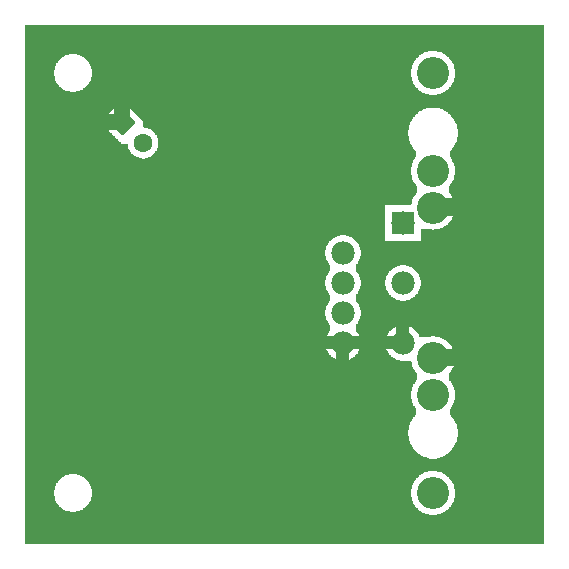
<source format=gbl>
G04 MADE WITH FRITZING*
G04 WWW.FRITZING.ORG*
G04 DOUBLE SIDED*
G04 HOLES PLATED*
G04 CONTOUR ON CENTER OF CONTOUR VECTOR*
%ASAXBY*%
%FSLAX23Y23*%
%MOIN*%
%OFA0B0*%
%SFA1.0B1.0*%
%ADD10C,0.075000*%
%ADD11C,0.078000*%
%ADD12C,0.107087*%
%ADD13C,0.062992*%
%ADD14R,0.078000X0.078000*%
%ADD15C,0.015748*%
%LNCOPPER0*%
G90*
G70*
G54D10*
X1511Y1701D03*
G54D11*
X1099Y1010D03*
X1099Y910D03*
X1099Y810D03*
X1099Y710D03*
X1099Y1010D03*
X1099Y910D03*
X1099Y810D03*
X1099Y710D03*
G54D12*
X1399Y1161D03*
X1399Y1283D03*
X1399Y1610D03*
G54D11*
X1299Y1110D03*
X1299Y910D03*
X1299Y710D03*
G54D13*
X363Y1447D03*
X432Y1377D03*
G54D12*
X1399Y659D03*
X1399Y537D03*
X1399Y210D03*
G54D14*
X1299Y1110D03*
G36*
X40Y1771D02*
X40Y1683D01*
X1414Y1683D01*
X1414Y1681D01*
X1422Y1681D01*
X1422Y1679D01*
X1428Y1679D01*
X1428Y1677D01*
X1432Y1677D01*
X1432Y1675D01*
X1436Y1675D01*
X1436Y1673D01*
X1438Y1673D01*
X1438Y1671D01*
X1442Y1671D01*
X1442Y1669D01*
X1444Y1669D01*
X1444Y1667D01*
X1446Y1667D01*
X1446Y1665D01*
X1450Y1665D01*
X1450Y1663D01*
X1452Y1663D01*
X1452Y1661D01*
X1454Y1661D01*
X1454Y1657D01*
X1456Y1657D01*
X1456Y1655D01*
X1458Y1655D01*
X1458Y1653D01*
X1460Y1653D01*
X1460Y1649D01*
X1462Y1649D01*
X1462Y1647D01*
X1464Y1647D01*
X1464Y1643D01*
X1466Y1643D01*
X1466Y1639D01*
X1468Y1639D01*
X1468Y1633D01*
X1470Y1633D01*
X1470Y1625D01*
X1472Y1625D01*
X1472Y1595D01*
X1470Y1595D01*
X1470Y1587D01*
X1468Y1587D01*
X1468Y1581D01*
X1466Y1581D01*
X1466Y1577D01*
X1464Y1577D01*
X1464Y1573D01*
X1462Y1573D01*
X1462Y1571D01*
X1460Y1571D01*
X1460Y1567D01*
X1458Y1567D01*
X1458Y1565D01*
X1456Y1565D01*
X1456Y1563D01*
X1454Y1563D01*
X1454Y1561D01*
X1452Y1561D01*
X1452Y1557D01*
X1448Y1557D01*
X1448Y1555D01*
X1446Y1555D01*
X1446Y1553D01*
X1444Y1553D01*
X1444Y1551D01*
X1442Y1551D01*
X1442Y1549D01*
X1438Y1549D01*
X1438Y1547D01*
X1434Y1547D01*
X1434Y1545D01*
X1432Y1545D01*
X1432Y1543D01*
X1426Y1543D01*
X1426Y1541D01*
X1422Y1541D01*
X1422Y1539D01*
X1412Y1539D01*
X1412Y1537D01*
X1770Y1537D01*
X1770Y1771D01*
X40Y1771D01*
G37*
D02*
G36*
X40Y1683D02*
X40Y1673D01*
X212Y1673D01*
X212Y1671D01*
X220Y1671D01*
X220Y1669D01*
X224Y1669D01*
X224Y1667D01*
X228Y1667D01*
X228Y1665D01*
X232Y1665D01*
X232Y1663D01*
X236Y1663D01*
X236Y1661D01*
X238Y1661D01*
X238Y1659D01*
X240Y1659D01*
X240Y1657D01*
X242Y1657D01*
X242Y1655D01*
X244Y1655D01*
X244Y1653D01*
X246Y1653D01*
X246Y1651D01*
X248Y1651D01*
X248Y1649D01*
X250Y1649D01*
X250Y1647D01*
X252Y1647D01*
X252Y1643D01*
X254Y1643D01*
X254Y1639D01*
X256Y1639D01*
X256Y1635D01*
X258Y1635D01*
X258Y1631D01*
X260Y1631D01*
X260Y1623D01*
X262Y1623D01*
X262Y1597D01*
X260Y1597D01*
X260Y1589D01*
X258Y1589D01*
X258Y1585D01*
X256Y1585D01*
X256Y1581D01*
X254Y1581D01*
X254Y1577D01*
X252Y1577D01*
X252Y1573D01*
X250Y1573D01*
X250Y1571D01*
X248Y1571D01*
X248Y1569D01*
X246Y1569D01*
X246Y1567D01*
X244Y1567D01*
X244Y1565D01*
X242Y1565D01*
X242Y1563D01*
X240Y1563D01*
X240Y1561D01*
X238Y1561D01*
X238Y1559D01*
X234Y1559D01*
X234Y1557D01*
X232Y1557D01*
X232Y1555D01*
X228Y1555D01*
X228Y1553D01*
X224Y1553D01*
X224Y1551D01*
X218Y1551D01*
X218Y1549D01*
X210Y1549D01*
X210Y1547D01*
X1360Y1547D01*
X1360Y1549D01*
X1358Y1549D01*
X1358Y1551D01*
X1354Y1551D01*
X1354Y1553D01*
X1352Y1553D01*
X1352Y1555D01*
X1350Y1555D01*
X1350Y1557D01*
X1348Y1557D01*
X1348Y1559D01*
X1346Y1559D01*
X1346Y1561D01*
X1344Y1561D01*
X1344Y1563D01*
X1342Y1563D01*
X1342Y1565D01*
X1340Y1565D01*
X1340Y1569D01*
X1338Y1569D01*
X1338Y1571D01*
X1336Y1571D01*
X1336Y1575D01*
X1334Y1575D01*
X1334Y1579D01*
X1332Y1579D01*
X1332Y1583D01*
X1330Y1583D01*
X1330Y1589D01*
X1328Y1589D01*
X1328Y1597D01*
X1326Y1597D01*
X1326Y1623D01*
X1328Y1623D01*
X1328Y1631D01*
X1330Y1631D01*
X1330Y1637D01*
X1332Y1637D01*
X1332Y1641D01*
X1334Y1641D01*
X1334Y1645D01*
X1336Y1645D01*
X1336Y1649D01*
X1338Y1649D01*
X1338Y1653D01*
X1340Y1653D01*
X1340Y1655D01*
X1342Y1655D01*
X1342Y1657D01*
X1344Y1657D01*
X1344Y1659D01*
X1346Y1659D01*
X1346Y1661D01*
X1348Y1661D01*
X1348Y1663D01*
X1350Y1663D01*
X1350Y1665D01*
X1352Y1665D01*
X1352Y1667D01*
X1354Y1667D01*
X1354Y1669D01*
X1356Y1669D01*
X1356Y1671D01*
X1360Y1671D01*
X1360Y1673D01*
X1364Y1673D01*
X1364Y1675D01*
X1366Y1675D01*
X1366Y1677D01*
X1370Y1677D01*
X1370Y1679D01*
X1376Y1679D01*
X1376Y1681D01*
X1384Y1681D01*
X1384Y1683D01*
X40Y1683D01*
G37*
D02*
G36*
X40Y1673D02*
X40Y1547D01*
X188Y1547D01*
X188Y1549D01*
X180Y1549D01*
X180Y1551D01*
X174Y1551D01*
X174Y1553D01*
X170Y1553D01*
X170Y1555D01*
X166Y1555D01*
X166Y1557D01*
X164Y1557D01*
X164Y1559D01*
X160Y1559D01*
X160Y1561D01*
X158Y1561D01*
X158Y1563D01*
X156Y1563D01*
X156Y1565D01*
X154Y1565D01*
X154Y1567D01*
X152Y1567D01*
X152Y1569D01*
X150Y1569D01*
X150Y1571D01*
X148Y1571D01*
X148Y1575D01*
X146Y1575D01*
X146Y1577D01*
X144Y1577D01*
X144Y1581D01*
X142Y1581D01*
X142Y1585D01*
X140Y1585D01*
X140Y1591D01*
X138Y1591D01*
X138Y1599D01*
X136Y1599D01*
X136Y1621D01*
X138Y1621D01*
X138Y1629D01*
X140Y1629D01*
X140Y1635D01*
X142Y1635D01*
X142Y1639D01*
X144Y1639D01*
X144Y1643D01*
X146Y1643D01*
X146Y1645D01*
X148Y1645D01*
X148Y1649D01*
X150Y1649D01*
X150Y1651D01*
X152Y1651D01*
X152Y1653D01*
X154Y1653D01*
X154Y1655D01*
X156Y1655D01*
X156Y1657D01*
X158Y1657D01*
X158Y1659D01*
X160Y1659D01*
X160Y1661D01*
X164Y1661D01*
X164Y1663D01*
X166Y1663D01*
X166Y1665D01*
X170Y1665D01*
X170Y1667D01*
X174Y1667D01*
X174Y1669D01*
X178Y1669D01*
X178Y1671D01*
X186Y1671D01*
X186Y1673D01*
X40Y1673D01*
G37*
D02*
G36*
X40Y1547D02*
X40Y1545D01*
X1364Y1545D01*
X1364Y1547D01*
X40Y1547D01*
G37*
D02*
G36*
X40Y1547D02*
X40Y1545D01*
X1364Y1545D01*
X1364Y1547D01*
X40Y1547D01*
G37*
D02*
G36*
X40Y1545D02*
X40Y1537D01*
X1386Y1537D01*
X1386Y1539D01*
X1378Y1539D01*
X1378Y1541D01*
X1372Y1541D01*
X1372Y1543D01*
X1368Y1543D01*
X1368Y1545D01*
X40Y1545D01*
G37*
D02*
G36*
X40Y1537D02*
X40Y1535D01*
X1770Y1535D01*
X1770Y1537D01*
X40Y1537D01*
G37*
D02*
G36*
X40Y1537D02*
X40Y1535D01*
X1770Y1535D01*
X1770Y1537D01*
X40Y1537D01*
G37*
D02*
G36*
X40Y1535D02*
X40Y1519D01*
X364Y1519D01*
X364Y1517D01*
X366Y1517D01*
X366Y1515D01*
X368Y1515D01*
X368Y1513D01*
X370Y1513D01*
X370Y1511D01*
X372Y1511D01*
X372Y1509D01*
X374Y1509D01*
X374Y1507D01*
X376Y1507D01*
X376Y1505D01*
X378Y1505D01*
X378Y1503D01*
X380Y1503D01*
X380Y1501D01*
X382Y1501D01*
X382Y1499D01*
X384Y1499D01*
X384Y1497D01*
X386Y1497D01*
X386Y1495D01*
X1414Y1495D01*
X1414Y1493D01*
X1422Y1493D01*
X1422Y1491D01*
X1428Y1491D01*
X1428Y1489D01*
X1432Y1489D01*
X1432Y1487D01*
X1436Y1487D01*
X1436Y1485D01*
X1440Y1485D01*
X1440Y1483D01*
X1442Y1483D01*
X1442Y1481D01*
X1446Y1481D01*
X1446Y1479D01*
X1448Y1479D01*
X1448Y1477D01*
X1450Y1477D01*
X1450Y1475D01*
X1452Y1475D01*
X1452Y1473D01*
X1456Y1473D01*
X1456Y1469D01*
X1458Y1469D01*
X1458Y1467D01*
X1460Y1467D01*
X1460Y1465D01*
X1462Y1465D01*
X1462Y1463D01*
X1464Y1463D01*
X1464Y1461D01*
X1466Y1461D01*
X1466Y1457D01*
X1468Y1457D01*
X1468Y1455D01*
X1470Y1455D01*
X1470Y1451D01*
X1472Y1451D01*
X1472Y1447D01*
X1474Y1447D01*
X1474Y1443D01*
X1476Y1443D01*
X1476Y1439D01*
X1478Y1439D01*
X1478Y1433D01*
X1480Y1433D01*
X1480Y1423D01*
X1482Y1423D01*
X1482Y1397D01*
X1480Y1397D01*
X1480Y1387D01*
X1478Y1387D01*
X1478Y1381D01*
X1476Y1381D01*
X1476Y1377D01*
X1474Y1377D01*
X1474Y1373D01*
X1472Y1373D01*
X1472Y1369D01*
X1470Y1369D01*
X1470Y1365D01*
X1468Y1365D01*
X1468Y1363D01*
X1466Y1363D01*
X1466Y1359D01*
X1464Y1359D01*
X1464Y1357D01*
X1462Y1357D01*
X1462Y1355D01*
X1460Y1355D01*
X1460Y1353D01*
X1458Y1353D01*
X1458Y1351D01*
X1456Y1351D01*
X1456Y1329D01*
X1458Y1329D01*
X1458Y1325D01*
X1460Y1325D01*
X1460Y1323D01*
X1462Y1323D01*
X1462Y1319D01*
X1464Y1319D01*
X1464Y1315D01*
X1466Y1315D01*
X1466Y1311D01*
X1468Y1311D01*
X1468Y1307D01*
X1470Y1307D01*
X1470Y1299D01*
X1472Y1299D01*
X1472Y1269D01*
X1470Y1269D01*
X1470Y1261D01*
X1468Y1261D01*
X1468Y1255D01*
X1466Y1255D01*
X1466Y1251D01*
X1464Y1251D01*
X1464Y1247D01*
X1462Y1247D01*
X1462Y1243D01*
X1460Y1243D01*
X1460Y1241D01*
X1458Y1241D01*
X1458Y1239D01*
X1456Y1239D01*
X1456Y1235D01*
X1454Y1235D01*
X1454Y1233D01*
X1452Y1233D01*
X1452Y1211D01*
X1454Y1211D01*
X1454Y1209D01*
X1456Y1209D01*
X1456Y1207D01*
X1458Y1207D01*
X1458Y1203D01*
X1460Y1203D01*
X1460Y1201D01*
X1462Y1201D01*
X1462Y1197D01*
X1464Y1197D01*
X1464Y1193D01*
X1466Y1193D01*
X1466Y1189D01*
X1468Y1189D01*
X1468Y1185D01*
X1470Y1185D01*
X1470Y1177D01*
X1472Y1177D01*
X1472Y1147D01*
X1470Y1147D01*
X1470Y1139D01*
X1468Y1139D01*
X1468Y1133D01*
X1466Y1133D01*
X1466Y1129D01*
X1464Y1129D01*
X1464Y1125D01*
X1462Y1125D01*
X1462Y1121D01*
X1460Y1121D01*
X1460Y1119D01*
X1458Y1119D01*
X1458Y1117D01*
X1456Y1117D01*
X1456Y1113D01*
X1454Y1113D01*
X1454Y1111D01*
X1452Y1111D01*
X1452Y1109D01*
X1450Y1109D01*
X1450Y1107D01*
X1448Y1107D01*
X1448Y1105D01*
X1446Y1105D01*
X1446Y1103D01*
X1442Y1103D01*
X1442Y1101D01*
X1440Y1101D01*
X1440Y1099D01*
X1436Y1099D01*
X1436Y1097D01*
X1432Y1097D01*
X1432Y1095D01*
X1428Y1095D01*
X1428Y1093D01*
X1424Y1093D01*
X1424Y1091D01*
X1416Y1091D01*
X1416Y1089D01*
X1404Y1089D01*
X1404Y1087D01*
X1770Y1087D01*
X1770Y1535D01*
X40Y1535D01*
G37*
D02*
G36*
X40Y1519D02*
X40Y1325D01*
X428Y1325D01*
X428Y1327D01*
X418Y1327D01*
X418Y1329D01*
X412Y1329D01*
X412Y1331D01*
X408Y1331D01*
X408Y1333D01*
X404Y1333D01*
X404Y1335D01*
X402Y1335D01*
X402Y1337D01*
X398Y1337D01*
X398Y1339D01*
X396Y1339D01*
X396Y1341D01*
X394Y1341D01*
X394Y1343D01*
X392Y1343D01*
X392Y1347D01*
X390Y1347D01*
X390Y1349D01*
X388Y1349D01*
X388Y1353D01*
X386Y1353D01*
X386Y1357D01*
X384Y1357D01*
X384Y1363D01*
X382Y1363D01*
X382Y1375D01*
X360Y1375D01*
X360Y1377D01*
X358Y1377D01*
X358Y1379D01*
X356Y1379D01*
X356Y1381D01*
X354Y1381D01*
X354Y1383D01*
X352Y1383D01*
X352Y1385D01*
X350Y1385D01*
X350Y1387D01*
X348Y1387D01*
X348Y1389D01*
X346Y1389D01*
X346Y1391D01*
X344Y1391D01*
X344Y1393D01*
X342Y1393D01*
X342Y1395D01*
X340Y1395D01*
X340Y1397D01*
X338Y1397D01*
X338Y1399D01*
X336Y1399D01*
X336Y1401D01*
X334Y1401D01*
X334Y1403D01*
X332Y1403D01*
X332Y1405D01*
X330Y1405D01*
X330Y1407D01*
X328Y1407D01*
X328Y1409D01*
X326Y1409D01*
X326Y1411D01*
X324Y1411D01*
X324Y1413D01*
X322Y1413D01*
X322Y1415D01*
X320Y1415D01*
X320Y1417D01*
X318Y1417D01*
X318Y1419D01*
X316Y1419D01*
X316Y1421D01*
X314Y1421D01*
X314Y1423D01*
X312Y1423D01*
X312Y1425D01*
X310Y1425D01*
X310Y1427D01*
X308Y1427D01*
X308Y1429D01*
X306Y1429D01*
X306Y1431D01*
X304Y1431D01*
X304Y1433D01*
X302Y1433D01*
X302Y1435D01*
X300Y1435D01*
X300Y1437D01*
X298Y1437D01*
X298Y1439D01*
X296Y1439D01*
X296Y1441D01*
X294Y1441D01*
X294Y1443D01*
X292Y1443D01*
X292Y1445D01*
X290Y1445D01*
X290Y1447D01*
X292Y1447D01*
X292Y1449D01*
X294Y1449D01*
X294Y1451D01*
X296Y1451D01*
X296Y1453D01*
X298Y1453D01*
X298Y1455D01*
X300Y1455D01*
X300Y1457D01*
X302Y1457D01*
X302Y1459D01*
X304Y1459D01*
X304Y1461D01*
X306Y1461D01*
X306Y1463D01*
X308Y1463D01*
X308Y1465D01*
X310Y1465D01*
X310Y1467D01*
X312Y1467D01*
X312Y1469D01*
X314Y1469D01*
X314Y1471D01*
X316Y1471D01*
X316Y1473D01*
X318Y1473D01*
X318Y1475D01*
X320Y1475D01*
X320Y1477D01*
X322Y1477D01*
X322Y1479D01*
X324Y1479D01*
X324Y1481D01*
X326Y1481D01*
X326Y1483D01*
X328Y1483D01*
X328Y1485D01*
X330Y1485D01*
X330Y1487D01*
X332Y1487D01*
X332Y1489D01*
X334Y1489D01*
X334Y1491D01*
X336Y1491D01*
X336Y1493D01*
X338Y1493D01*
X338Y1495D01*
X340Y1495D01*
X340Y1497D01*
X342Y1497D01*
X342Y1499D01*
X344Y1499D01*
X344Y1501D01*
X346Y1501D01*
X346Y1503D01*
X348Y1503D01*
X348Y1505D01*
X350Y1505D01*
X350Y1507D01*
X352Y1507D01*
X352Y1509D01*
X354Y1509D01*
X354Y1511D01*
X356Y1511D01*
X356Y1513D01*
X358Y1513D01*
X358Y1515D01*
X360Y1515D01*
X360Y1517D01*
X362Y1517D01*
X362Y1519D01*
X40Y1519D01*
G37*
D02*
G36*
X388Y1495D02*
X388Y1493D01*
X390Y1493D01*
X390Y1491D01*
X392Y1491D01*
X392Y1489D01*
X394Y1489D01*
X394Y1487D01*
X396Y1487D01*
X396Y1485D01*
X398Y1485D01*
X398Y1483D01*
X400Y1483D01*
X400Y1481D01*
X402Y1481D01*
X402Y1479D01*
X404Y1479D01*
X404Y1477D01*
X406Y1477D01*
X406Y1475D01*
X408Y1475D01*
X408Y1473D01*
X410Y1473D01*
X410Y1471D01*
X412Y1471D01*
X412Y1469D01*
X414Y1469D01*
X414Y1467D01*
X416Y1467D01*
X416Y1465D01*
X418Y1465D01*
X418Y1463D01*
X420Y1463D01*
X420Y1461D01*
X422Y1461D01*
X422Y1459D01*
X424Y1459D01*
X424Y1457D01*
X426Y1457D01*
X426Y1455D01*
X428Y1455D01*
X428Y1453D01*
X430Y1453D01*
X430Y1451D01*
X432Y1451D01*
X432Y1449D01*
X434Y1449D01*
X434Y1429D01*
X436Y1429D01*
X436Y1427D01*
X448Y1427D01*
X448Y1425D01*
X454Y1425D01*
X454Y1423D01*
X458Y1423D01*
X458Y1421D01*
X460Y1421D01*
X460Y1419D01*
X464Y1419D01*
X464Y1417D01*
X466Y1417D01*
X466Y1415D01*
X468Y1415D01*
X468Y1413D01*
X470Y1413D01*
X470Y1411D01*
X472Y1411D01*
X472Y1409D01*
X474Y1409D01*
X474Y1405D01*
X476Y1405D01*
X476Y1403D01*
X478Y1403D01*
X478Y1399D01*
X480Y1399D01*
X480Y1393D01*
X482Y1393D01*
X482Y1385D01*
X484Y1385D01*
X484Y1369D01*
X482Y1369D01*
X482Y1361D01*
X480Y1361D01*
X480Y1355D01*
X478Y1355D01*
X478Y1351D01*
X476Y1351D01*
X476Y1349D01*
X474Y1349D01*
X474Y1345D01*
X472Y1345D01*
X472Y1343D01*
X470Y1343D01*
X470Y1341D01*
X468Y1341D01*
X468Y1339D01*
X466Y1339D01*
X466Y1337D01*
X464Y1337D01*
X464Y1335D01*
X460Y1335D01*
X460Y1333D01*
X458Y1333D01*
X458Y1331D01*
X454Y1331D01*
X454Y1329D01*
X448Y1329D01*
X448Y1327D01*
X438Y1327D01*
X438Y1325D01*
X1340Y1325D01*
X1340Y1329D01*
X1342Y1329D01*
X1342Y1351D01*
X1340Y1351D01*
X1340Y1353D01*
X1338Y1353D01*
X1338Y1355D01*
X1336Y1355D01*
X1336Y1357D01*
X1334Y1357D01*
X1334Y1361D01*
X1332Y1361D01*
X1332Y1363D01*
X1330Y1363D01*
X1330Y1367D01*
X1328Y1367D01*
X1328Y1369D01*
X1326Y1369D01*
X1326Y1373D01*
X1324Y1373D01*
X1324Y1377D01*
X1322Y1377D01*
X1322Y1383D01*
X1320Y1383D01*
X1320Y1389D01*
X1318Y1389D01*
X1318Y1399D01*
X1316Y1399D01*
X1316Y1421D01*
X1318Y1421D01*
X1318Y1431D01*
X1320Y1431D01*
X1320Y1437D01*
X1322Y1437D01*
X1322Y1443D01*
X1324Y1443D01*
X1324Y1447D01*
X1326Y1447D01*
X1326Y1451D01*
X1328Y1451D01*
X1328Y1455D01*
X1330Y1455D01*
X1330Y1457D01*
X1332Y1457D01*
X1332Y1459D01*
X1334Y1459D01*
X1334Y1463D01*
X1336Y1463D01*
X1336Y1465D01*
X1338Y1465D01*
X1338Y1467D01*
X1340Y1467D01*
X1340Y1471D01*
X1342Y1471D01*
X1342Y1473D01*
X1344Y1473D01*
X1344Y1475D01*
X1348Y1475D01*
X1348Y1477D01*
X1350Y1477D01*
X1350Y1479D01*
X1352Y1479D01*
X1352Y1481D01*
X1354Y1481D01*
X1354Y1483D01*
X1358Y1483D01*
X1358Y1485D01*
X1362Y1485D01*
X1362Y1487D01*
X1366Y1487D01*
X1366Y1489D01*
X1370Y1489D01*
X1370Y1491D01*
X1376Y1491D01*
X1376Y1493D01*
X1384Y1493D01*
X1384Y1495D01*
X388Y1495D01*
G37*
D02*
G36*
X40Y1325D02*
X40Y1323D01*
X1338Y1323D01*
X1338Y1325D01*
X40Y1325D01*
G37*
D02*
G36*
X40Y1325D02*
X40Y1323D01*
X1338Y1323D01*
X1338Y1325D01*
X40Y1325D01*
G37*
D02*
G36*
X40Y1323D02*
X40Y1069D01*
X1110Y1069D01*
X1110Y1067D01*
X1118Y1067D01*
X1118Y1065D01*
X1124Y1065D01*
X1124Y1063D01*
X1128Y1063D01*
X1128Y1061D01*
X1130Y1061D01*
X1130Y1059D01*
X1134Y1059D01*
X1134Y1057D01*
X1136Y1057D01*
X1136Y1055D01*
X1138Y1055D01*
X1138Y1053D01*
X1140Y1053D01*
X1140Y1051D01*
X1240Y1051D01*
X1240Y1169D01*
X1326Y1169D01*
X1326Y1175D01*
X1328Y1175D01*
X1328Y1183D01*
X1330Y1183D01*
X1330Y1189D01*
X1332Y1189D01*
X1332Y1193D01*
X1334Y1193D01*
X1334Y1197D01*
X1336Y1197D01*
X1336Y1201D01*
X1338Y1201D01*
X1338Y1203D01*
X1340Y1203D01*
X1340Y1205D01*
X1342Y1205D01*
X1342Y1209D01*
X1344Y1209D01*
X1344Y1211D01*
X1346Y1211D01*
X1346Y1233D01*
X1344Y1233D01*
X1344Y1237D01*
X1342Y1237D01*
X1342Y1239D01*
X1340Y1239D01*
X1340Y1241D01*
X1338Y1241D01*
X1338Y1245D01*
X1336Y1245D01*
X1336Y1247D01*
X1334Y1247D01*
X1334Y1251D01*
X1332Y1251D01*
X1332Y1255D01*
X1330Y1255D01*
X1330Y1261D01*
X1328Y1261D01*
X1328Y1271D01*
X1326Y1271D01*
X1326Y1297D01*
X1328Y1297D01*
X1328Y1305D01*
X1330Y1305D01*
X1330Y1311D01*
X1332Y1311D01*
X1332Y1315D01*
X1334Y1315D01*
X1334Y1319D01*
X1336Y1319D01*
X1336Y1323D01*
X40Y1323D01*
G37*
D02*
G36*
X1358Y1091D02*
X1358Y1087D01*
X1396Y1087D01*
X1396Y1089D01*
X1382Y1089D01*
X1382Y1091D01*
X1358Y1091D01*
G37*
D02*
G36*
X1358Y1087D02*
X1358Y1085D01*
X1770Y1085D01*
X1770Y1087D01*
X1358Y1087D01*
G37*
D02*
G36*
X1358Y1087D02*
X1358Y1085D01*
X1770Y1085D01*
X1770Y1087D01*
X1358Y1087D01*
G37*
D02*
G36*
X1358Y1085D02*
X1358Y1051D01*
X1770Y1051D01*
X1770Y1085D01*
X1358Y1085D01*
G37*
D02*
G36*
X40Y1069D02*
X40Y651D01*
X1090Y651D01*
X1090Y653D01*
X1082Y653D01*
X1082Y655D01*
X1076Y655D01*
X1076Y657D01*
X1072Y657D01*
X1072Y659D01*
X1068Y659D01*
X1068Y661D01*
X1066Y661D01*
X1066Y663D01*
X1062Y663D01*
X1062Y665D01*
X1060Y665D01*
X1060Y667D01*
X1058Y667D01*
X1058Y669D01*
X1056Y669D01*
X1056Y671D01*
X1054Y671D01*
X1054Y673D01*
X1052Y673D01*
X1052Y677D01*
X1050Y677D01*
X1050Y679D01*
X1048Y679D01*
X1048Y683D01*
X1046Y683D01*
X1046Y687D01*
X1044Y687D01*
X1044Y693D01*
X1042Y693D01*
X1042Y701D01*
X1040Y701D01*
X1040Y719D01*
X1042Y719D01*
X1042Y727D01*
X1044Y727D01*
X1044Y733D01*
X1046Y733D01*
X1046Y737D01*
X1048Y737D01*
X1048Y741D01*
X1050Y741D01*
X1050Y743D01*
X1052Y743D01*
X1052Y747D01*
X1054Y747D01*
X1054Y749D01*
X1056Y749D01*
X1056Y771D01*
X1054Y771D01*
X1054Y773D01*
X1052Y773D01*
X1052Y777D01*
X1050Y777D01*
X1050Y779D01*
X1048Y779D01*
X1048Y783D01*
X1046Y783D01*
X1046Y787D01*
X1044Y787D01*
X1044Y793D01*
X1042Y793D01*
X1042Y801D01*
X1040Y801D01*
X1040Y819D01*
X1042Y819D01*
X1042Y827D01*
X1044Y827D01*
X1044Y833D01*
X1046Y833D01*
X1046Y837D01*
X1048Y837D01*
X1048Y841D01*
X1050Y841D01*
X1050Y843D01*
X1052Y843D01*
X1052Y847D01*
X1054Y847D01*
X1054Y849D01*
X1056Y849D01*
X1056Y871D01*
X1054Y871D01*
X1054Y873D01*
X1052Y873D01*
X1052Y877D01*
X1050Y877D01*
X1050Y879D01*
X1048Y879D01*
X1048Y883D01*
X1046Y883D01*
X1046Y887D01*
X1044Y887D01*
X1044Y893D01*
X1042Y893D01*
X1042Y901D01*
X1040Y901D01*
X1040Y919D01*
X1042Y919D01*
X1042Y927D01*
X1044Y927D01*
X1044Y933D01*
X1046Y933D01*
X1046Y937D01*
X1048Y937D01*
X1048Y941D01*
X1050Y941D01*
X1050Y943D01*
X1052Y943D01*
X1052Y947D01*
X1054Y947D01*
X1054Y949D01*
X1056Y949D01*
X1056Y971D01*
X1054Y971D01*
X1054Y973D01*
X1052Y973D01*
X1052Y977D01*
X1050Y977D01*
X1050Y979D01*
X1048Y979D01*
X1048Y983D01*
X1046Y983D01*
X1046Y987D01*
X1044Y987D01*
X1044Y993D01*
X1042Y993D01*
X1042Y1001D01*
X1040Y1001D01*
X1040Y1019D01*
X1042Y1019D01*
X1042Y1027D01*
X1044Y1027D01*
X1044Y1033D01*
X1046Y1033D01*
X1046Y1037D01*
X1048Y1037D01*
X1048Y1041D01*
X1050Y1041D01*
X1050Y1043D01*
X1052Y1043D01*
X1052Y1047D01*
X1054Y1047D01*
X1054Y1049D01*
X1056Y1049D01*
X1056Y1051D01*
X1058Y1051D01*
X1058Y1053D01*
X1060Y1053D01*
X1060Y1055D01*
X1062Y1055D01*
X1062Y1057D01*
X1066Y1057D01*
X1066Y1059D01*
X1068Y1059D01*
X1068Y1061D01*
X1072Y1061D01*
X1072Y1063D01*
X1076Y1063D01*
X1076Y1065D01*
X1080Y1065D01*
X1080Y1067D01*
X1088Y1067D01*
X1088Y1069D01*
X40Y1069D01*
G37*
D02*
G36*
X1142Y1051D02*
X1142Y1049D01*
X1770Y1049D01*
X1770Y1051D01*
X1142Y1051D01*
G37*
D02*
G36*
X1142Y1051D02*
X1142Y1049D01*
X1770Y1049D01*
X1770Y1051D01*
X1142Y1051D01*
G37*
D02*
G36*
X1144Y1049D02*
X1144Y1047D01*
X1146Y1047D01*
X1146Y1045D01*
X1148Y1045D01*
X1148Y1041D01*
X1150Y1041D01*
X1150Y1039D01*
X1152Y1039D01*
X1152Y1035D01*
X1154Y1035D01*
X1154Y1029D01*
X1156Y1029D01*
X1156Y1021D01*
X1158Y1021D01*
X1158Y999D01*
X1156Y999D01*
X1156Y991D01*
X1154Y991D01*
X1154Y987D01*
X1152Y987D01*
X1152Y983D01*
X1150Y983D01*
X1150Y979D01*
X1148Y979D01*
X1148Y975D01*
X1146Y975D01*
X1146Y973D01*
X1144Y973D01*
X1144Y971D01*
X1142Y971D01*
X1142Y969D01*
X1310Y969D01*
X1310Y967D01*
X1318Y967D01*
X1318Y965D01*
X1324Y965D01*
X1324Y963D01*
X1328Y963D01*
X1328Y961D01*
X1330Y961D01*
X1330Y959D01*
X1334Y959D01*
X1334Y957D01*
X1336Y957D01*
X1336Y955D01*
X1338Y955D01*
X1338Y953D01*
X1340Y953D01*
X1340Y951D01*
X1342Y951D01*
X1342Y949D01*
X1344Y949D01*
X1344Y947D01*
X1346Y947D01*
X1346Y945D01*
X1348Y945D01*
X1348Y941D01*
X1350Y941D01*
X1350Y939D01*
X1352Y939D01*
X1352Y935D01*
X1354Y935D01*
X1354Y929D01*
X1356Y929D01*
X1356Y921D01*
X1358Y921D01*
X1358Y899D01*
X1356Y899D01*
X1356Y891D01*
X1354Y891D01*
X1354Y887D01*
X1352Y887D01*
X1352Y883D01*
X1350Y883D01*
X1350Y879D01*
X1348Y879D01*
X1348Y875D01*
X1346Y875D01*
X1346Y873D01*
X1344Y873D01*
X1344Y871D01*
X1342Y871D01*
X1342Y869D01*
X1340Y869D01*
X1340Y867D01*
X1338Y867D01*
X1338Y865D01*
X1336Y865D01*
X1336Y863D01*
X1332Y863D01*
X1332Y861D01*
X1330Y861D01*
X1330Y859D01*
X1326Y859D01*
X1326Y857D01*
X1322Y857D01*
X1322Y855D01*
X1318Y855D01*
X1318Y853D01*
X1308Y853D01*
X1308Y851D01*
X1770Y851D01*
X1770Y1049D01*
X1144Y1049D01*
G37*
D02*
G36*
X1142Y969D02*
X1142Y949D01*
X1144Y949D01*
X1144Y947D01*
X1146Y947D01*
X1146Y945D01*
X1148Y945D01*
X1148Y941D01*
X1150Y941D01*
X1150Y939D01*
X1152Y939D01*
X1152Y935D01*
X1154Y935D01*
X1154Y929D01*
X1156Y929D01*
X1156Y921D01*
X1158Y921D01*
X1158Y899D01*
X1156Y899D01*
X1156Y891D01*
X1154Y891D01*
X1154Y887D01*
X1152Y887D01*
X1152Y883D01*
X1150Y883D01*
X1150Y879D01*
X1148Y879D01*
X1148Y875D01*
X1146Y875D01*
X1146Y873D01*
X1144Y873D01*
X1144Y871D01*
X1142Y871D01*
X1142Y851D01*
X1290Y851D01*
X1290Y853D01*
X1282Y853D01*
X1282Y855D01*
X1276Y855D01*
X1276Y857D01*
X1272Y857D01*
X1272Y859D01*
X1268Y859D01*
X1268Y861D01*
X1266Y861D01*
X1266Y863D01*
X1262Y863D01*
X1262Y865D01*
X1260Y865D01*
X1260Y867D01*
X1258Y867D01*
X1258Y869D01*
X1256Y869D01*
X1256Y871D01*
X1254Y871D01*
X1254Y873D01*
X1252Y873D01*
X1252Y877D01*
X1250Y877D01*
X1250Y879D01*
X1248Y879D01*
X1248Y883D01*
X1246Y883D01*
X1246Y887D01*
X1244Y887D01*
X1244Y893D01*
X1242Y893D01*
X1242Y901D01*
X1240Y901D01*
X1240Y919D01*
X1242Y919D01*
X1242Y927D01*
X1244Y927D01*
X1244Y933D01*
X1246Y933D01*
X1246Y937D01*
X1248Y937D01*
X1248Y941D01*
X1250Y941D01*
X1250Y943D01*
X1252Y943D01*
X1252Y947D01*
X1254Y947D01*
X1254Y949D01*
X1256Y949D01*
X1256Y951D01*
X1258Y951D01*
X1258Y953D01*
X1260Y953D01*
X1260Y955D01*
X1262Y955D01*
X1262Y957D01*
X1266Y957D01*
X1266Y959D01*
X1268Y959D01*
X1268Y961D01*
X1272Y961D01*
X1272Y963D01*
X1276Y963D01*
X1276Y965D01*
X1280Y965D01*
X1280Y967D01*
X1288Y967D01*
X1288Y969D01*
X1142Y969D01*
G37*
D02*
G36*
X1142Y851D02*
X1142Y849D01*
X1770Y849D01*
X1770Y851D01*
X1142Y851D01*
G37*
D02*
G36*
X1142Y851D02*
X1142Y849D01*
X1770Y849D01*
X1770Y851D01*
X1142Y851D01*
G37*
D02*
G36*
X1144Y849D02*
X1144Y847D01*
X1146Y847D01*
X1146Y845D01*
X1148Y845D01*
X1148Y841D01*
X1150Y841D01*
X1150Y839D01*
X1152Y839D01*
X1152Y835D01*
X1154Y835D01*
X1154Y829D01*
X1156Y829D01*
X1156Y821D01*
X1158Y821D01*
X1158Y799D01*
X1156Y799D01*
X1156Y791D01*
X1154Y791D01*
X1154Y787D01*
X1152Y787D01*
X1152Y783D01*
X1150Y783D01*
X1150Y779D01*
X1148Y779D01*
X1148Y775D01*
X1146Y775D01*
X1146Y773D01*
X1144Y773D01*
X1144Y771D01*
X1142Y771D01*
X1142Y769D01*
X1310Y769D01*
X1310Y767D01*
X1318Y767D01*
X1318Y765D01*
X1324Y765D01*
X1324Y763D01*
X1328Y763D01*
X1328Y761D01*
X1330Y761D01*
X1330Y759D01*
X1334Y759D01*
X1334Y757D01*
X1336Y757D01*
X1336Y755D01*
X1338Y755D01*
X1338Y753D01*
X1340Y753D01*
X1340Y751D01*
X1342Y751D01*
X1342Y749D01*
X1344Y749D01*
X1344Y747D01*
X1346Y747D01*
X1346Y745D01*
X1348Y745D01*
X1348Y741D01*
X1350Y741D01*
X1350Y739D01*
X1352Y739D01*
X1352Y735D01*
X1354Y735D01*
X1354Y733D01*
X1406Y733D01*
X1406Y731D01*
X1418Y731D01*
X1418Y729D01*
X1424Y729D01*
X1424Y727D01*
X1430Y727D01*
X1430Y725D01*
X1434Y725D01*
X1434Y723D01*
X1436Y723D01*
X1436Y721D01*
X1440Y721D01*
X1440Y719D01*
X1442Y719D01*
X1442Y717D01*
X1446Y717D01*
X1446Y715D01*
X1448Y715D01*
X1448Y713D01*
X1450Y713D01*
X1450Y711D01*
X1452Y711D01*
X1452Y709D01*
X1454Y709D01*
X1454Y707D01*
X1456Y707D01*
X1456Y705D01*
X1458Y705D01*
X1458Y701D01*
X1460Y701D01*
X1460Y699D01*
X1462Y699D01*
X1462Y695D01*
X1464Y695D01*
X1464Y691D01*
X1466Y691D01*
X1466Y687D01*
X1468Y687D01*
X1468Y681D01*
X1470Y681D01*
X1470Y675D01*
X1472Y675D01*
X1472Y643D01*
X1470Y643D01*
X1470Y637D01*
X1468Y637D01*
X1468Y631D01*
X1466Y631D01*
X1466Y627D01*
X1464Y627D01*
X1464Y623D01*
X1462Y623D01*
X1462Y619D01*
X1460Y619D01*
X1460Y617D01*
X1458Y617D01*
X1458Y613D01*
X1456Y613D01*
X1456Y611D01*
X1454Y611D01*
X1454Y609D01*
X1452Y609D01*
X1452Y587D01*
X1454Y587D01*
X1454Y585D01*
X1456Y585D01*
X1456Y583D01*
X1458Y583D01*
X1458Y579D01*
X1460Y579D01*
X1460Y577D01*
X1462Y577D01*
X1462Y573D01*
X1464Y573D01*
X1464Y569D01*
X1466Y569D01*
X1466Y565D01*
X1468Y565D01*
X1468Y559D01*
X1470Y559D01*
X1470Y553D01*
X1472Y553D01*
X1472Y521D01*
X1470Y521D01*
X1470Y515D01*
X1468Y515D01*
X1468Y509D01*
X1466Y509D01*
X1466Y505D01*
X1464Y505D01*
X1464Y501D01*
X1462Y501D01*
X1462Y497D01*
X1460Y497D01*
X1460Y495D01*
X1458Y495D01*
X1458Y491D01*
X1456Y491D01*
X1456Y469D01*
X1458Y469D01*
X1458Y467D01*
X1460Y467D01*
X1460Y465D01*
X1462Y465D01*
X1462Y463D01*
X1464Y463D01*
X1464Y461D01*
X1466Y461D01*
X1466Y457D01*
X1468Y457D01*
X1468Y455D01*
X1470Y455D01*
X1470Y451D01*
X1472Y451D01*
X1472Y447D01*
X1474Y447D01*
X1474Y443D01*
X1476Y443D01*
X1476Y439D01*
X1478Y439D01*
X1478Y433D01*
X1480Y433D01*
X1480Y423D01*
X1482Y423D01*
X1482Y397D01*
X1480Y397D01*
X1480Y387D01*
X1478Y387D01*
X1478Y381D01*
X1476Y381D01*
X1476Y377D01*
X1474Y377D01*
X1474Y373D01*
X1472Y373D01*
X1472Y369D01*
X1470Y369D01*
X1470Y365D01*
X1468Y365D01*
X1468Y363D01*
X1466Y363D01*
X1466Y359D01*
X1464Y359D01*
X1464Y357D01*
X1462Y357D01*
X1462Y355D01*
X1460Y355D01*
X1460Y351D01*
X1458Y351D01*
X1458Y349D01*
X1456Y349D01*
X1456Y347D01*
X1454Y347D01*
X1454Y345D01*
X1452Y345D01*
X1452Y343D01*
X1448Y343D01*
X1448Y341D01*
X1446Y341D01*
X1446Y339D01*
X1444Y339D01*
X1444Y337D01*
X1440Y337D01*
X1440Y335D01*
X1436Y335D01*
X1436Y333D01*
X1432Y333D01*
X1432Y331D01*
X1428Y331D01*
X1428Y329D01*
X1422Y329D01*
X1422Y327D01*
X1412Y327D01*
X1412Y325D01*
X1770Y325D01*
X1770Y849D01*
X1144Y849D01*
G37*
D02*
G36*
X1142Y769D02*
X1142Y749D01*
X1144Y749D01*
X1144Y747D01*
X1146Y747D01*
X1146Y745D01*
X1148Y745D01*
X1148Y741D01*
X1150Y741D01*
X1150Y739D01*
X1152Y739D01*
X1152Y735D01*
X1154Y735D01*
X1154Y729D01*
X1156Y729D01*
X1156Y721D01*
X1158Y721D01*
X1158Y699D01*
X1156Y699D01*
X1156Y691D01*
X1154Y691D01*
X1154Y687D01*
X1152Y687D01*
X1152Y683D01*
X1150Y683D01*
X1150Y679D01*
X1148Y679D01*
X1148Y675D01*
X1146Y675D01*
X1146Y673D01*
X1144Y673D01*
X1144Y671D01*
X1142Y671D01*
X1142Y669D01*
X1140Y669D01*
X1140Y667D01*
X1138Y667D01*
X1138Y665D01*
X1136Y665D01*
X1136Y663D01*
X1132Y663D01*
X1132Y661D01*
X1130Y661D01*
X1130Y659D01*
X1126Y659D01*
X1126Y657D01*
X1122Y657D01*
X1122Y655D01*
X1118Y655D01*
X1118Y653D01*
X1108Y653D01*
X1108Y651D01*
X1290Y651D01*
X1290Y653D01*
X1282Y653D01*
X1282Y655D01*
X1276Y655D01*
X1276Y657D01*
X1272Y657D01*
X1272Y659D01*
X1268Y659D01*
X1268Y661D01*
X1266Y661D01*
X1266Y663D01*
X1262Y663D01*
X1262Y665D01*
X1260Y665D01*
X1260Y667D01*
X1258Y667D01*
X1258Y669D01*
X1256Y669D01*
X1256Y671D01*
X1254Y671D01*
X1254Y673D01*
X1252Y673D01*
X1252Y677D01*
X1250Y677D01*
X1250Y679D01*
X1248Y679D01*
X1248Y683D01*
X1246Y683D01*
X1246Y687D01*
X1244Y687D01*
X1244Y693D01*
X1242Y693D01*
X1242Y701D01*
X1240Y701D01*
X1240Y719D01*
X1242Y719D01*
X1242Y727D01*
X1244Y727D01*
X1244Y733D01*
X1246Y733D01*
X1246Y737D01*
X1248Y737D01*
X1248Y741D01*
X1250Y741D01*
X1250Y743D01*
X1252Y743D01*
X1252Y747D01*
X1254Y747D01*
X1254Y749D01*
X1256Y749D01*
X1256Y751D01*
X1258Y751D01*
X1258Y753D01*
X1260Y753D01*
X1260Y755D01*
X1262Y755D01*
X1262Y757D01*
X1266Y757D01*
X1266Y759D01*
X1268Y759D01*
X1268Y761D01*
X1272Y761D01*
X1272Y763D01*
X1276Y763D01*
X1276Y765D01*
X1280Y765D01*
X1280Y767D01*
X1288Y767D01*
X1288Y769D01*
X1142Y769D01*
G37*
D02*
G36*
X1354Y733D02*
X1354Y729D01*
X1382Y729D01*
X1382Y731D01*
X1392Y731D01*
X1392Y733D01*
X1354Y733D01*
G37*
D02*
G36*
X40Y651D02*
X40Y649D01*
X1326Y649D01*
X1326Y651D01*
X40Y651D01*
G37*
D02*
G36*
X40Y651D02*
X40Y649D01*
X1326Y649D01*
X1326Y651D01*
X40Y651D01*
G37*
D02*
G36*
X40Y649D02*
X40Y325D01*
X1386Y325D01*
X1386Y327D01*
X1378Y327D01*
X1378Y329D01*
X1372Y329D01*
X1372Y331D01*
X1366Y331D01*
X1366Y333D01*
X1362Y333D01*
X1362Y335D01*
X1360Y335D01*
X1360Y337D01*
X1356Y337D01*
X1356Y339D01*
X1354Y339D01*
X1354Y341D01*
X1350Y341D01*
X1350Y343D01*
X1348Y343D01*
X1348Y345D01*
X1346Y345D01*
X1346Y347D01*
X1344Y347D01*
X1344Y349D01*
X1342Y349D01*
X1342Y351D01*
X1340Y351D01*
X1340Y353D01*
X1338Y353D01*
X1338Y355D01*
X1336Y355D01*
X1336Y357D01*
X1334Y357D01*
X1334Y361D01*
X1332Y361D01*
X1332Y363D01*
X1330Y363D01*
X1330Y367D01*
X1328Y367D01*
X1328Y369D01*
X1326Y369D01*
X1326Y373D01*
X1324Y373D01*
X1324Y377D01*
X1322Y377D01*
X1322Y383D01*
X1320Y383D01*
X1320Y389D01*
X1318Y389D01*
X1318Y399D01*
X1316Y399D01*
X1316Y421D01*
X1318Y421D01*
X1318Y431D01*
X1320Y431D01*
X1320Y437D01*
X1322Y437D01*
X1322Y443D01*
X1324Y443D01*
X1324Y447D01*
X1326Y447D01*
X1326Y451D01*
X1328Y451D01*
X1328Y455D01*
X1330Y455D01*
X1330Y457D01*
X1332Y457D01*
X1332Y459D01*
X1334Y459D01*
X1334Y463D01*
X1336Y463D01*
X1336Y465D01*
X1338Y465D01*
X1338Y467D01*
X1340Y467D01*
X1340Y469D01*
X1342Y469D01*
X1342Y493D01*
X1340Y493D01*
X1340Y495D01*
X1338Y495D01*
X1338Y499D01*
X1336Y499D01*
X1336Y501D01*
X1334Y501D01*
X1334Y505D01*
X1332Y505D01*
X1332Y509D01*
X1330Y509D01*
X1330Y515D01*
X1328Y515D01*
X1328Y525D01*
X1326Y525D01*
X1326Y549D01*
X1328Y549D01*
X1328Y559D01*
X1330Y559D01*
X1330Y565D01*
X1332Y565D01*
X1332Y569D01*
X1334Y569D01*
X1334Y573D01*
X1336Y573D01*
X1336Y575D01*
X1338Y575D01*
X1338Y579D01*
X1340Y579D01*
X1340Y581D01*
X1342Y581D01*
X1342Y585D01*
X1344Y585D01*
X1344Y587D01*
X1346Y587D01*
X1346Y609D01*
X1344Y609D01*
X1344Y611D01*
X1342Y611D01*
X1342Y615D01*
X1340Y615D01*
X1340Y617D01*
X1338Y617D01*
X1338Y621D01*
X1336Y621D01*
X1336Y623D01*
X1334Y623D01*
X1334Y627D01*
X1332Y627D01*
X1332Y631D01*
X1330Y631D01*
X1330Y637D01*
X1328Y637D01*
X1328Y647D01*
X1326Y647D01*
X1326Y649D01*
X40Y649D01*
G37*
D02*
G36*
X40Y325D02*
X40Y323D01*
X1770Y323D01*
X1770Y325D01*
X40Y325D01*
G37*
D02*
G36*
X40Y325D02*
X40Y323D01*
X1770Y323D01*
X1770Y325D01*
X40Y325D01*
G37*
D02*
G36*
X40Y323D02*
X40Y283D01*
X1414Y283D01*
X1414Y281D01*
X1422Y281D01*
X1422Y279D01*
X1428Y279D01*
X1428Y277D01*
X1432Y277D01*
X1432Y275D01*
X1436Y275D01*
X1436Y273D01*
X1438Y273D01*
X1438Y271D01*
X1442Y271D01*
X1442Y269D01*
X1444Y269D01*
X1444Y267D01*
X1446Y267D01*
X1446Y265D01*
X1450Y265D01*
X1450Y263D01*
X1452Y263D01*
X1452Y261D01*
X1454Y261D01*
X1454Y257D01*
X1456Y257D01*
X1456Y255D01*
X1458Y255D01*
X1458Y253D01*
X1460Y253D01*
X1460Y249D01*
X1462Y249D01*
X1462Y247D01*
X1464Y247D01*
X1464Y243D01*
X1466Y243D01*
X1466Y239D01*
X1468Y239D01*
X1468Y233D01*
X1470Y233D01*
X1470Y225D01*
X1472Y225D01*
X1472Y195D01*
X1470Y195D01*
X1470Y187D01*
X1468Y187D01*
X1468Y181D01*
X1466Y181D01*
X1466Y177D01*
X1464Y177D01*
X1464Y173D01*
X1462Y173D01*
X1462Y171D01*
X1460Y171D01*
X1460Y167D01*
X1458Y167D01*
X1458Y165D01*
X1456Y165D01*
X1456Y163D01*
X1454Y163D01*
X1454Y161D01*
X1452Y161D01*
X1452Y157D01*
X1448Y157D01*
X1448Y155D01*
X1446Y155D01*
X1446Y153D01*
X1444Y153D01*
X1444Y151D01*
X1442Y151D01*
X1442Y149D01*
X1438Y149D01*
X1438Y147D01*
X1434Y147D01*
X1434Y145D01*
X1432Y145D01*
X1432Y143D01*
X1426Y143D01*
X1426Y141D01*
X1422Y141D01*
X1422Y139D01*
X1412Y139D01*
X1412Y137D01*
X1770Y137D01*
X1770Y323D01*
X40Y323D01*
G37*
D02*
G36*
X40Y283D02*
X40Y273D01*
X212Y273D01*
X212Y271D01*
X220Y271D01*
X220Y269D01*
X224Y269D01*
X224Y267D01*
X228Y267D01*
X228Y265D01*
X232Y265D01*
X232Y263D01*
X236Y263D01*
X236Y261D01*
X238Y261D01*
X238Y259D01*
X240Y259D01*
X240Y257D01*
X242Y257D01*
X242Y255D01*
X244Y255D01*
X244Y253D01*
X246Y253D01*
X246Y251D01*
X248Y251D01*
X248Y249D01*
X250Y249D01*
X250Y247D01*
X252Y247D01*
X252Y243D01*
X254Y243D01*
X254Y239D01*
X256Y239D01*
X256Y235D01*
X258Y235D01*
X258Y231D01*
X260Y231D01*
X260Y223D01*
X262Y223D01*
X262Y197D01*
X260Y197D01*
X260Y189D01*
X258Y189D01*
X258Y185D01*
X256Y185D01*
X256Y181D01*
X254Y181D01*
X254Y177D01*
X252Y177D01*
X252Y173D01*
X250Y173D01*
X250Y171D01*
X248Y171D01*
X248Y169D01*
X246Y169D01*
X246Y167D01*
X244Y167D01*
X244Y165D01*
X242Y165D01*
X242Y163D01*
X240Y163D01*
X240Y161D01*
X238Y161D01*
X238Y159D01*
X234Y159D01*
X234Y157D01*
X232Y157D01*
X232Y155D01*
X228Y155D01*
X228Y153D01*
X224Y153D01*
X224Y151D01*
X218Y151D01*
X218Y149D01*
X210Y149D01*
X210Y147D01*
X1360Y147D01*
X1360Y149D01*
X1358Y149D01*
X1358Y151D01*
X1354Y151D01*
X1354Y153D01*
X1352Y153D01*
X1352Y155D01*
X1350Y155D01*
X1350Y157D01*
X1348Y157D01*
X1348Y159D01*
X1346Y159D01*
X1346Y161D01*
X1344Y161D01*
X1344Y163D01*
X1342Y163D01*
X1342Y165D01*
X1340Y165D01*
X1340Y169D01*
X1338Y169D01*
X1338Y171D01*
X1336Y171D01*
X1336Y175D01*
X1334Y175D01*
X1334Y179D01*
X1332Y179D01*
X1332Y183D01*
X1330Y183D01*
X1330Y189D01*
X1328Y189D01*
X1328Y197D01*
X1326Y197D01*
X1326Y223D01*
X1328Y223D01*
X1328Y231D01*
X1330Y231D01*
X1330Y237D01*
X1332Y237D01*
X1332Y241D01*
X1334Y241D01*
X1334Y245D01*
X1336Y245D01*
X1336Y249D01*
X1338Y249D01*
X1338Y253D01*
X1340Y253D01*
X1340Y255D01*
X1342Y255D01*
X1342Y257D01*
X1344Y257D01*
X1344Y259D01*
X1346Y259D01*
X1346Y261D01*
X1348Y261D01*
X1348Y263D01*
X1350Y263D01*
X1350Y265D01*
X1352Y265D01*
X1352Y267D01*
X1354Y267D01*
X1354Y269D01*
X1356Y269D01*
X1356Y271D01*
X1360Y271D01*
X1360Y273D01*
X1364Y273D01*
X1364Y275D01*
X1366Y275D01*
X1366Y277D01*
X1370Y277D01*
X1370Y279D01*
X1376Y279D01*
X1376Y281D01*
X1384Y281D01*
X1384Y283D01*
X40Y283D01*
G37*
D02*
G36*
X40Y273D02*
X40Y147D01*
X188Y147D01*
X188Y149D01*
X180Y149D01*
X180Y151D01*
X174Y151D01*
X174Y153D01*
X170Y153D01*
X170Y155D01*
X166Y155D01*
X166Y157D01*
X164Y157D01*
X164Y159D01*
X160Y159D01*
X160Y161D01*
X158Y161D01*
X158Y163D01*
X156Y163D01*
X156Y165D01*
X154Y165D01*
X154Y167D01*
X152Y167D01*
X152Y169D01*
X150Y169D01*
X150Y171D01*
X148Y171D01*
X148Y175D01*
X146Y175D01*
X146Y177D01*
X144Y177D01*
X144Y181D01*
X142Y181D01*
X142Y185D01*
X140Y185D01*
X140Y191D01*
X138Y191D01*
X138Y199D01*
X136Y199D01*
X136Y221D01*
X138Y221D01*
X138Y229D01*
X140Y229D01*
X140Y235D01*
X142Y235D01*
X142Y239D01*
X144Y239D01*
X144Y243D01*
X146Y243D01*
X146Y245D01*
X148Y245D01*
X148Y249D01*
X150Y249D01*
X150Y251D01*
X152Y251D01*
X152Y253D01*
X154Y253D01*
X154Y255D01*
X156Y255D01*
X156Y257D01*
X158Y257D01*
X158Y259D01*
X160Y259D01*
X160Y261D01*
X164Y261D01*
X164Y263D01*
X166Y263D01*
X166Y265D01*
X170Y265D01*
X170Y267D01*
X174Y267D01*
X174Y269D01*
X178Y269D01*
X178Y271D01*
X186Y271D01*
X186Y273D01*
X40Y273D01*
G37*
D02*
G36*
X40Y147D02*
X40Y145D01*
X1364Y145D01*
X1364Y147D01*
X40Y147D01*
G37*
D02*
G36*
X40Y147D02*
X40Y145D01*
X1364Y145D01*
X1364Y147D01*
X40Y147D01*
G37*
D02*
G36*
X40Y145D02*
X40Y137D01*
X1386Y137D01*
X1386Y139D01*
X1378Y139D01*
X1378Y141D01*
X1372Y141D01*
X1372Y143D01*
X1368Y143D01*
X1368Y145D01*
X40Y145D01*
G37*
D02*
G36*
X40Y137D02*
X40Y135D01*
X1770Y135D01*
X1770Y137D01*
X40Y137D01*
G37*
D02*
G36*
X40Y137D02*
X40Y135D01*
X1770Y135D01*
X1770Y137D01*
X40Y137D01*
G37*
D02*
G36*
X40Y135D02*
X40Y41D01*
X1770Y41D01*
X1770Y135D01*
X40Y135D01*
G37*
D02*
G36*
X1075Y693D02*
X1120Y693D01*
X1120Y651D01*
X1075Y651D01*
X1075Y693D01*
G37*
D02*
G36*
X1036Y734D02*
X1078Y734D01*
X1078Y689D01*
X1036Y689D01*
X1036Y734D01*
G37*
D02*
G36*
X1116Y734D02*
X1158Y734D01*
X1158Y689D01*
X1116Y689D01*
X1116Y734D01*
G37*
D02*
G36*
X1426Y691D02*
X1472Y691D01*
X1472Y632D01*
X1426Y632D01*
X1426Y691D01*
G37*
D02*
G36*
X335Y1523D02*
X388Y1523D01*
X388Y1463D01*
X335Y1463D01*
X335Y1523D01*
G37*
D02*
G36*
X286Y1474D02*
X346Y1474D01*
X346Y1421D01*
X286Y1421D01*
X286Y1474D01*
G37*
D02*
G36*
X1275Y773D02*
X1320Y773D01*
X1320Y731D01*
X1275Y731D01*
X1275Y773D01*
G37*
D02*
G36*
X1236Y734D02*
X1278Y734D01*
X1278Y689D01*
X1236Y689D01*
X1236Y734D01*
G37*
D02*
G36*
X1426Y1193D02*
X1472Y1193D01*
X1472Y1134D01*
X1426Y1134D01*
X1426Y1193D01*
G37*
D02*
G54D15*
X363Y1413D02*
X329Y1447D01*
X363Y1480D01*
X396Y1447D01*
X363Y1413D01*
D02*
G04 End of Copper0*
M02*
</source>
